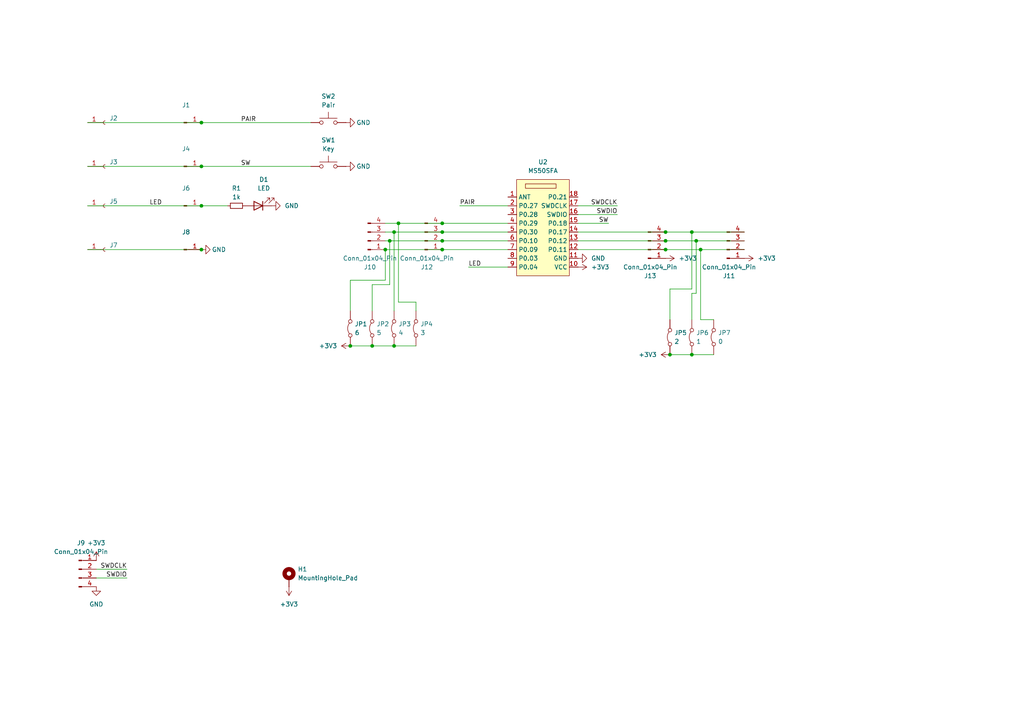
<source format=kicad_sch>
(kicad_sch (version 20241004) (generator "eeschema") (generator_version "8.99")
  (paper "A4")
  (lib_symbols
    (symbol "Connector:Conn_01x01_Pin" (pin_names (offset 1.016) (hide yes))
      (property "Reference" "J" (at 0 2.54 0))
      (property "Value" "Conn_01x01_Pin" (at 0 -2.54 0))
      (symbol "Conn_01x01_Pin_1_1"
        (rectangle (start 0.8636 0.127) (end 0 -0.127) (stroke (width 0.1524)) (fill (type outline)))
        (polyline (pts (xy 1.27 0) (xy 0.8636 0)) (stroke (width 0.1524)))
        (pin passive line (at 5.08 0 180) (length 3.81) (name "Pin_1") (number "1"))
      )
    )
    (symbol "Connector:Conn_01x01_Socket" (pin_names (offset 1.016) (hide yes))
      (property "Reference" "J" (at 0 2.54 0))
      (property "Value" "Conn_01x01_Socket" (at 0 -2.54 0))
      (symbol "Conn_01x01_Socket_1_1"
        (polyline (pts (xy -1.27 0) (xy -0.508 0)) (stroke (width 0.1524)))
        (arc (start 0 -0.508) (mid -0.5058 0) (end 0 0.508) (stroke (width 0.1524)))
        (pin passive line (at -5.08 0 0) (length 3.81) (name "Pin_1") (number "1"))
      )
    )
    (symbol "Connector:Conn_01x04_Pin" (pin_names (offset 1.016) (hide yes))
      (property "Reference" "J" (at 0 5.08 0))
      (property "Value" "Conn_01x04_Pin" (at 0 -7.62 0))
      (symbol "Conn_01x04_Pin_1_1"
        (rectangle (start 0.8636 2.667) (end 0 2.413) (stroke (width 0.1524)) (fill (type outline)))
        (rectangle (start 0.8636 0.127) (end 0 -0.127) (stroke (width 0.1524)) (fill (type outline)))
        (rectangle (start 0.8636 -2.413) (end 0 -2.667) (stroke (width 0.1524)) (fill (type outline)))
        (rectangle (start 0.8636 -4.953) (end 0 -5.207) (stroke (width 0.1524)) (fill (type outline)))
        (polyline (pts (xy 1.27 2.54) (xy 0.8636 2.54)) (stroke (width 0.1524)))
        (polyline (pts (xy 1.27 0) (xy 0.8636 0)) (stroke (width 0.1524)))
        (polyline (pts (xy 1.27 -2.54) (xy 0.8636 -2.54)) (stroke (width 0.1524)))
        (polyline (pts (xy 1.27 -5.08) (xy 0.8636 -5.08)) (stroke (width 0.1524)))
        (pin passive line (at 5.08 2.54 180) (length 3.81) (name "Pin_1") (number "1"))
        (pin passive line (at 5.08 0 180) (length 3.81) (name "Pin_2") (number "2"))
        (pin passive line (at 5.08 -2.54 180) (length 3.81) (name "Pin_3") (number "3"))
        (pin passive line (at 5.08 -5.08 180) (length 3.81) (name "Pin_4") (number "4"))
      )
    )
    (symbol "DeeComponents:MS50SFA"
      (property "Reference" "U" (at 1.016 2.032 0))
      (property "Value" "MS50SFA" (at 8.128 1.27 0))
      (symbol "MS50SFA_0_0"
        (pin unspecified line (at -2.54 -5.08 0) (length 2.54) (name "ANT") (number "1"))
        (pin unspecified line (at -2.54 -7.62 0) (length 2.54) (name "P0.27") (number "2"))
        (pin unspecified line (at -2.54 -10.16 0) (length 2.54) (name "P0.28") (number "3"))
        (pin unspecified line (at -2.54 -12.7 0) (length 2.54) (name "P0.29") (number "4"))
        (pin unspecified line (at -2.54 -15.24 0) (length 2.54) (name "P0.30") (number "5"))
        (pin unspecified line (at -2.54 -17.78 0) (length 2.54) (name "P0.10") (number "6"))
        (pin unspecified line (at -2.54 -20.32 0) (length 2.54) (name "P0.09") (number "7"))
        (pin unspecified line (at -2.54 -22.86 0) (length 2.54) (name "P0.03") (number "8"))
        (pin unspecified line (at -2.54 -25.4 0) (length 2.54) (name "P0.04") (number "9"))
        (pin unspecified line (at 17.78 -5.08 180) (length 2.54) (name "P0.21") (number "18"))
        (pin unspecified line (at 17.78 -7.62 180) (length 2.54) (name "SWDCLK") (number "17"))
        (pin unspecified line (at 17.78 -10.16 180) (length 2.54) (name "SWDIO") (number "16"))
        (pin unspecified line (at 17.78 -12.7 180) (length 2.54) (name "P0.18") (number "15"))
        (pin unspecified line (at 17.78 -15.24 180) (length 2.54) (name "P0.17") (number "14"))
        (pin unspecified line (at 17.78 -17.78 180) (length 2.54) (name "P0.12") (number "13"))
        (pin unspecified line (at 17.78 -20.32 180) (length 2.54) (name "P0.11") (number "12"))
        (pin unspecified line (at 17.78 -22.86 180) (length 2.54) (name "GND") (number "11"))
        (pin unspecified line (at 17.78 -25.4 180) (length 2.54) (name "VCC") (number "10"))
      )
      (symbol "MS50SFA_1_1"
        (rectangle (start 0 0) (end 15.24 -27.94) (fill (type background)))
        (rectangle (start 2.54 -1.27) (end 11.43 -2.54))
      )
    )
    (symbol "Device:LED" (pin_numbers (hide yes)) (pin_names (offset 1.016) (hide yes))
      (property "Reference" "D" (at 0 2.54 0))
      (property "Value" "LED" (at 0 -2.54 0))
      (symbol "LED_0_1"
        (polyline (pts (xy -3.048 -0.762) (xy -4.572 -2.286) (xy -3.81 -2.286) (xy -4.572 -2.286) (xy -4.572 -1.524)))
        (polyline (pts (xy -1.778 -0.762) (xy -3.302 -2.286) (xy -2.54 -2.286) (xy -3.302 -2.286) (xy -3.302 -1.524)))
        (polyline (pts (xy -1.27 0) (xy 1.27 0)))
        (polyline (pts (xy -1.27 -1.27) (xy -1.27 1.27)) (stroke (width 0.254)))
        (polyline (pts (xy 1.27 -1.27) (xy 1.27 1.27) (xy -1.27 0) (xy 1.27 -1.27)) (stroke (width 0.254)))
      )
      (symbol "LED_1_1"
        (pin passive line (at -3.81 0 0) (length 2.54) (name "K") (number "1"))
        (pin passive line (at 3.81 0 180) (length 2.54) (name "A") (number "2"))
      )
    )
    (symbol "Device:R_Small" (pin_numbers (hide yes)) (pin_names (offset 0.254) (hide yes))
      (property "Reference" "R" (at 0.762 0.508 0))
      (property "Value" "R_Small" (at 0.762 -1.016 0))
      (symbol "R_Small_0_1"
        (rectangle (start -0.762 1.778) (end 0.762 -1.778) (stroke (width 0.2032)))
      )
      (symbol "R_Small_1_1"
        (pin passive line (at 0 2.54 270) (length 0.762) (name "~") (number "1"))
        (pin passive line (at 0 -2.54 90) (length 0.762) (name "~") (number "2"))
      )
    )
    (symbol "Jumper:Jumper_2_Bridged" (pin_numbers (hide yes)) (pin_names (offset 0) (hide yes)) (exclude_from_sim yes)
      (property "Reference" "JP" (at 0 1.905 0))
      (property "Value" "Jumper_2_Bridged" (at 0 -2.54 0))
      (symbol "Jumper_2_Bridged_0_0"
        (circle (center -2.032 0) (radius 0.508))
        (circle (center 2.032 0) (radius 0.508))
      )
      (symbol "Jumper_2_Bridged_0_1"
        (arc (start -1.524 0.254) (mid 0 0.762) (end 1.524 0.254))
      )
      (symbol "Jumper_2_Bridged_1_1"
        (pin passive line (at -5.08 0 0) (length 2.54) (name "A") (number "1"))
        (pin passive line (at 5.08 0 180) (length 2.54) (name "B") (number "2"))
      )
    )
    (symbol "Mechanical:MountingHole_Pad" (pin_numbers (hide yes)) (pin_names (offset 1.016) (hide yes)) (exclude_from_sim yes) (in_bom no)
      (property "Reference" "H" (at 0 6.35 0))
      (property "Value" "MountingHole_Pad" (at 0 4.445 0))
      (symbol "MountingHole_Pad_0_1"
        (circle (center 0 1.27) (radius 1.27) (stroke (width 1.27)))
      )
      (symbol "MountingHole_Pad_1_1"
        (pin input line (at 0 -2.54 90) (length 2.54) (name "1") (number "1"))
      )
    )
    (symbol "Switch:SW_Push" (pin_numbers (hide yes)) (pin_names (offset 1.016) (hide yes))
      (property "Reference" "SW" (at 1.27 2.54 0))
      (property "Value" "SW_Push" (at 0 -1.524 0))
      (symbol "SW_Push_0_1"
        (circle (center -2.032 0) (radius 0.508))
        (polyline (pts (xy 0 1.27) (xy 0 3.048)))
        (circle (center 2.032 0) (radius 0.508))
        (polyline (pts (xy 2.54 1.27) (xy -2.54 1.27)))
        (pin passive line (at -5.08 0 0) (length 2.54) (name "1") (number "1"))
        (pin passive line (at 5.08 0 180) (length 2.54) (name "2") (number "2"))
      )
    )
    (symbol "power:+3V3" (power) (pin_numbers (hide yes)) (pin_names (offset 0) (hide yes))
      (property "Value" "+3V3" (at 0 3.556 0))
      (symbol "+3V3_0_1"
        (polyline (pts (xy -0.762 1.27) (xy 0 2.54)))
        (polyline (pts (xy 0 2.54) (xy 0.762 1.27)))
        (polyline (pts (xy 0 0) (xy 0 2.54)))
      )
      (symbol "+3V3_1_1"
        (pin power_in line (at 0 0 90) (length 0) (name "~") (number "1"))
      )
    )
    (symbol "power:GND" (power) (pin_numbers (hide yes)) (pin_names (offset 0) (hide yes))
      (property "Value" "GND" (at 0 -3.81 0))
      (symbol "GND_0_1"
        (polyline (pts (xy 0 0) (xy 0 -1.27) (xy 1.27 -1.27) (xy 0 -2.54) (xy -1.27 -1.27) (xy 0 -1.27)))
      )
      (symbol "GND_1_1"
        (pin power_in line (at 0 0 270) (length 0) (name "~") (number "1"))
      )
    )
  )
  (junction (at 193.04 67.31))
  (junction (at 200.66 102.87))
  (junction (at 193.04 69.85))
  (junction (at 128.27 72.39))
  (junction (at 58.42 72.39))
  (junction (at 128.27 69.85))
  (junction (at 128.27 64.77))
  (junction (at 193.04 72.39))
  (junction (at 114.3 67.31))
  (junction (at 194.31 102.87))
  (junction (at 200.66 67.31))
  (junction (at 107.95 100.33))
  (junction (at 113.03 69.85))
  (junction (at 114.3 100.33))
  (junction (at 58.42 59.69))
  (junction (at 115.57 64.77))
  (junction (at 201.93 69.85))
  (junction (at 203.2 72.39))
  (junction (at 111.76 72.39))
  (junction (at 58.42 35.56))
  (junction (at 128.27 67.31))
  (junction (at 101.6 100.33))
  (junction (at 58.42 48.26))
  (wire (pts (xy 27.94 167.64) (xy 36.83 167.64)))
  (wire (pts (xy 167.64 64.77) (xy 176.53 64.77)))
  (wire (pts (xy 58.42 48.26) (xy 90.17 48.26)))
  (wire (pts (xy 27.94 165.1) (xy 36.83 165.1)))
  (wire (pts (xy 101.6 81.28) (xy 111.76 81.28)))
  (wire (pts (xy 167.64 69.85) (xy 193.04 69.85)))
  (wire (pts (xy 194.31 83.82) (xy 200.66 83.82)))
  (wire (pts (xy 115.57 87.63) (xy 115.57 64.77)))
  (wire (pts (xy 120.65 90.17) (xy 120.65 87.63)))
  (wire (pts (xy 147.32 77.47) (xy 135.89 77.47)))
  (wire (pts (xy 207.01 92.71) (xy 203.2 92.71)))
  (wire (pts (xy 101.6 100.33) (xy 107.95 100.33)))
  (wire (pts (xy 194.31 92.71) (xy 194.31 83.82)))
  (wire (pts (xy 58.42 59.69) (xy 66.04 59.69)))
  (wire (pts (xy 193.04 72.39) (xy 203.2 72.39)))
  (wire (pts (xy 115.57 64.77) (xy 128.27 64.77)))
  (wire (pts (xy 167.64 67.31) (xy 193.04 67.31)))
  (wire (pts (xy 203.2 92.71) (xy 203.2 72.39)))
  (wire (pts (xy 111.76 67.31) (xy 114.3 67.31)))
  (wire (pts (xy 194.31 102.87) (xy 200.66 102.87)))
  (wire (pts (xy 200.66 85.09) (xy 201.93 85.09)))
  (wire (pts (xy 25.4 59.69) (xy 58.42 59.69)))
  (wire (pts (xy 113.03 82.55) (xy 113.03 69.85)))
  (wire (pts (xy 113.03 69.85) (xy 128.27 69.85)))
  (wire (pts (xy 128.27 72.39) (xy 147.32 72.39)))
  (wire (pts (xy 200.66 92.71) (xy 200.66 85.09)))
  (wire (pts (xy 107.95 100.33) (xy 114.3 100.33)))
  (wire (pts (xy 200.66 83.82) (xy 200.66 67.31)))
  (wire (pts (xy 128.27 64.77) (xy 147.32 64.77)))
  (wire (pts (xy 128.27 67.31) (xy 147.32 67.31)))
  (wire (pts (xy 111.76 64.77) (xy 115.57 64.77)))
  (wire (pts (xy 179.07 59.69) (xy 167.64 59.69)))
  (wire (pts (xy 111.76 81.28) (xy 111.76 72.39)))
  (wire (pts (xy 25.4 48.26) (xy 58.42 48.26)))
  (wire (pts (xy 25.4 72.39) (xy 58.42 72.39)))
  (wire (pts (xy 101.6 90.17) (xy 101.6 81.28)))
  (wire (pts (xy 107.95 82.55) (xy 113.03 82.55)))
  (wire (pts (xy 114.3 67.31) (xy 114.3 90.17)))
  (wire (pts (xy 111.76 72.39) (xy 128.27 72.39)))
  (wire (pts (xy 114.3 67.31) (xy 128.27 67.31)))
  (wire (pts (xy 201.93 69.85) (xy 215.9 69.85)))
  (wire (pts (xy 193.04 67.31) (xy 200.66 67.31)))
  (wire (pts (xy 167.64 72.39) (xy 193.04 72.39)))
  (wire (pts (xy 120.65 87.63) (xy 115.57 87.63)))
  (wire (pts (xy 200.66 67.31) (xy 215.9 67.31)))
  (wire (pts (xy 201.93 85.09) (xy 201.93 69.85)))
  (wire (pts (xy 114.3 100.33) (xy 120.65 100.33)))
  (wire (pts (xy 193.04 69.85) (xy 201.93 69.85)))
  (wire (pts (xy 107.95 90.17) (xy 107.95 82.55)))
  (wire (pts (xy 128.27 69.85) (xy 147.32 69.85)))
  (wire (pts (xy 133.35 59.69) (xy 147.32 59.69)))
  (wire (pts (xy 111.76 69.85) (xy 113.03 69.85)))
  (wire (pts (xy 25.4 35.56) (xy 58.42 35.56)))
  (wire (pts (xy 179.07 62.23) (xy 167.64 62.23)))
  (wire (pts (xy 203.2 72.39) (xy 215.9 72.39)))
  (wire (pts (xy 200.66 102.87) (xy 207.01 102.87)))
  (wire (pts (xy 58.42 35.56) (xy 90.17 35.56)))
  (label "LED" (at 135.89 77.47 0))
  (label "SWDCLK" (at 179.07 59.69 180))
  (label "PAIR" (at 133.35 59.69 0))
  (label "SW" (at 176.53 64.77 180))
  (label "PAIR" (at 69.85 35.56 0))
  (label "SWDIO" (at 179.07 62.23 180))
  (label "SW" (at 69.85 48.26 0))
  (label "SWDCLK" (at 36.83 165.1 180))
  (label "SWDIO" (at 36.83 167.64 180))
  (label "LED" (at 46.99 59.69 180))
  (symbol (lib_id "power:+3V3") (at 27.94 162.56 0) (unit 1)
    (property "Reference" "#PWR018" (effects (hide yes)))
    (property "Value" "+3V3" (at 27.94 157.48 0))
    (property "Description" "Power symbol creates a global label with name \"+3V3\"" (effects (hide yes)))
  )
  (symbol (lib_id "Jumper:Jumper_2_Bridged") (at 200.66 97.79 90) (unit 1) (exclude_from_sim yes)
    (property "Reference" "JP6" (at 201.93 96.5199 90) (effects (justify right)))
    (property "Value" "1" (at 201.93 99.0599 90) (effects (justify right)))
    (property "Footprint" "Jumper:SolderJumper-2_P1.3mm_Open_RoundedPad1.0x1.5mm" (effects (hide yes)))
    (property "Description" "Jumper, 2-pole, closed/bridged" (effects (hide yes)))
  )
  (symbol (lib_id "Jumper:Jumper_2_Bridged") (at 120.65 95.25 90) (unit 1) (exclude_from_sim yes)
    (property "Reference" "JP4" (at 121.92 93.9799 90) (effects (justify right)))
    (property "Value" "3" (at 121.92 96.5199 90) (effects (justify right)))
    (property "Footprint" "Jumper:SolderJumper-2_P1.3mm_Open_RoundedPad1.0x1.5mm" (effects (hide yes)))
    (property "Description" "Jumper, 2-pole, closed/bridged" (effects (hide yes)))
  )
  (symbol (lib_id "Connector:Conn_01x01_Socket") (at 30.48 35.56 0) (unit 1)
    (property "Reference" "J2" (at 31.75 34.2899 0) (effects (justify left)))
    (property "Value" "Conn_01x02_Socket" (effects (hide yes)))
    (property "Footprint" "Connector_PinSocket_2.54mm:PinSocket_1x01_P2.54mm_Vertical" (effects (hide yes)))
    (property "Description" "Generic connector, single row, 01x01, script generated" (effects (hide yes)))
  )
  (symbol (lib_id "Connector:Conn_01x01_Socket") (at 30.48 72.39 0) (unit 1)
    (property "Reference" "J7" (at 31.75 71.1199 0) (effects (justify left)))
    (property "Value" "Conn_01x02_Socket" (effects (hide yes)))
    (property "Footprint" "Connector_PinSocket_2.54mm:PinSocket_1x01_P2.54mm_Vertical" (effects (hide yes)))
    (property "Description" "Generic connector, single row, 01x01, script generated" (effects (hide yes)))
  )
  (symbol (lib_id "Switch:SW_Push") (at 95.25 48.26 0) (unit 1)
    (property "Reference" "SW1" (at 95.25 40.64 0))
    (property "Value" "Key" (at 95.25 43.18 0))
    (property "Footprint" "Button_Switch_Keyboard:SW_Cherry_MX_1.00u_PCB" (effects (hide yes)))
    (property "Description" "Push button switch, generic, two pins" (effects (hide yes)))
  )
  (symbol (lib_id "power:+3V3") (at 83.82 170.18 180) (unit 1)
    (property "Reference" "#PWR02" (effects (hide yes)))
    (property "Value" "+3V3" (at 83.82 175.26 0))
    (property "Description" "Power symbol creates a global label with name \"+3V3\"" (effects (hide yes)))
  )
  (symbol (lib_id "power:+3V3") (at 193.04 74.93 270) (unit 1)
    (property "Reference" "#PWR08" (effects (hide yes)))
    (property "Value" "+3V3" (at 196.85 74.9299 90) (effects (justify left)))
    (property "Description" "Power symbol creates a global label with name \"+3V3\"" (effects (hide yes)))
  )
  (symbol (lib_id "Jumper:Jumper_2_Bridged") (at 101.6 95.25 90) (unit 1) (exclude_from_sim yes)
    (property "Reference" "JP1" (at 102.87 93.9799 90) (effects (justify right)))
    (property "Value" "6" (at 102.87 96.5199 90) (effects (justify right)))
    (property "Footprint" "Jumper:SolderJumper-2_P1.3mm_Open_RoundedPad1.0x1.5mm" (effects (hide yes)))
    (property "Description" "Jumper, 2-pole, closed/bridged" (effects (hide yes)))
  )
  (symbol (lib_id "Connector:Conn_01x01_Socket") (at 30.48 59.69 0) (unit 1)
    (property "Reference" "J5" (at 31.75 58.4199 0) (effects (justify left)))
    (property "Value" "Conn_01x02_Socket" (effects (hide yes)))
    (property "Footprint" "Connector_PinSocket_2.54mm:PinSocket_1x01_P2.54mm_Vertical" (effects (hide yes)))
    (property "Description" "Generic connector, single row, 01x01, script generated" (effects (hide yes)))
  )
  (symbol (lib_id "Connector:Conn_01x01_Pin") (at 53.34 72.39 0) (unit 1)
    (property "Reference" "J8" (at 53.975 67.31 0))
    (property "Value" "Conn_01x02_Pin" (effects (hide yes)))
    (property "Footprint" "Connector_PinHeader_2.54mm:PinHeader_1x01_P2.54mm_Vertical" (effects (hide yes)))
    (property "Description" "Generic connector, single row, 01x01, script generated" (effects (hide yes)))
  )
  (symbol (lib_id "power:GND") (at 167.64 74.93 90) (unit 1)
    (property "Reference" "#PWR04" (effects (hide yes)))
    (property "Value" "GND" (at 171.45 74.9299 90) (effects (justify right)))
    (property "Description" "Power symbol creates a global label with name \"GND\" , ground" (effects (hide yes)))
  )
  (symbol (lib_id "Connector:Conn_01x01_Pin") (at 53.34 35.56 0) (unit 1)
    (property "Reference" "J1" (at 53.975 30.48 0))
    (property "Value" "Conn_01x02_Pin" (effects (hide yes)))
    (property "Footprint" "Connector_PinHeader_2.54mm:PinHeader_1x01_P2.54mm_Vertical" (effects (hide yes)))
    (property "Description" "Generic connector, single row, 01x01, script generated" (effects (hide yes)))
  )
  (symbol (lib_id "Jumper:Jumper_2_Bridged") (at 107.95 95.25 90) (unit 1) (exclude_from_sim yes)
    (property "Reference" "JP2" (at 109.22 93.9799 90) (effects (justify right)))
    (property "Value" "5" (at 109.22 96.5199 90) (effects (justify right)))
    (property "Footprint" "Jumper:SolderJumper-2_P1.3mm_Open_RoundedPad1.0x1.5mm" (effects (hide yes)))
    (property "Description" "Jumper, 2-pole, closed/bridged" (effects (hide yes)))
  )
  (symbol (lib_id "Connector:Conn_01x04_Pin") (at 123.19 69.85 0) (mirror x) (unit 1)
    (property "Reference" "J12" (at 123.825 77.47 0))
    (property "Value" "Conn_01x04_Pin" (at 123.825 74.93 0))
    (property "Footprint" "Connector_PinSocket_2.54mm:PinSocket_1x04_P2.54mm_Vertical" (effects (hide yes)))
    (property "Description" "Generic connector, single row, 01x04, script generated" (effects (hide yes)))
  )
  (symbol (lib_id "power:GND") (at 58.42 72.39 90) (unit 1)
    (property "Reference" "#PWR014" (effects (hide yes)))
    (property "Value" "GND" (at 63.5 72.39 90))
    (property "Description" "Power symbol creates a global label with name \"GND\" , ground" (effects (hide yes)))
  )
  (symbol (lib_id "power:+3V3") (at 194.31 102.87 90) (unit 1)
    (property "Reference" "#PWR07" (effects (hide yes)))
    (property "Value" "+3V3" (at 190.5 102.8699 90) (effects (justify left)))
    (property "Description" "Power symbol creates a global label with name \"+3V3\"" (effects (hide yes)))
  )
  (symbol (lib_id "power:GND") (at 78.74 59.69 90) (unit 1)
    (property "Reference" "#PWR09" (effects (hide yes)))
    (property "Value" "GND" (at 82.55 59.6899 90) (effects (justify right)))
    (property "Description" "Power symbol creates a global label with name \"GND\" , ground" (effects (hide yes)))
  )
  (symbol (lib_id "Mechanical:MountingHole_Pad") (at 83.82 167.64 0) (unit 1) (exclude_from_sim yes)
    (property "Reference" "H1" (at 86.36 165.0999 0) (effects (justify left)))
    (property "Value" "MountingHole_Pad" (at 86.36 167.6399 0) (effects (justify left)))
    (property "Footprint" "components:finger_hole_8.0x0.8" (effects (hide yes)))
    (property "Description" "Mounting Hole with connection" (effects (hide yes)))
  )
  (symbol (lib_id "Device:R_Small") (at 68.58 59.69 90) (unit 1)
    (property "Reference" "R1" (at 68.58 54.61 90))
    (property "Value" "1k" (at 68.58 57.15 90))
    (property "Footprint" "Resistor_SMD:R_0603_1608Metric_Pad0.98x0.95mm_HandSolder" (effects (hide yes)))
    (property "Description" "Resistor, small symbol" (effects (hide yes)))
  )
  (symbol (lib_id "power:GND") (at 27.94 170.18 0) (unit 1)
    (property "Reference" "#PWR019" (effects (hide yes)))
    (property "Value" "GND" (at 27.94 175.26 0))
    (property "Description" "Power symbol creates a global label with name \"GND\" , ground" (effects (hide yes)))
  )
  (symbol (lib_id "Connector:Conn_01x04_Pin") (at 187.96 72.39 0) (mirror x) (unit 1)
    (property "Reference" "J13" (at 188.595 80.01 0))
    (property "Value" "Conn_01x04_Pin" (at 188.595 77.47 0))
    (property "Footprint" "Connector_PinSocket_2.54mm:PinSocket_1x04_P2.54mm_Vertical" (effects (hide yes)))
    (property "Description" "Generic connector, single row, 01x04, script generated" (effects (hide yes)))
  )
  (symbol (lib_id "Jumper:Jumper_2_Bridged") (at 207.01 97.79 90) (unit 1) (exclude_from_sim yes)
    (property "Reference" "JP7" (at 208.28 96.5199 90) (effects (justify right)))
    (property "Value" "0" (at 208.28 99.0599 90) (effects (justify right)))
    (property "Footprint" "Jumper:SolderJumper-2_P1.3mm_Open_RoundedPad1.0x1.5mm" (effects (hide yes)))
    (property "Description" "Jumper, 2-pole, closed/bridged" (effects (hide yes)))
  )
  (symbol (lib_id "Connector:Conn_01x01_Pin") (at 53.34 59.69 0) (unit 1)
    (property "Reference" "J6" (at 53.975 54.61 0))
    (property "Value" "Conn_01x02_Pin" (effects (hide yes)))
    (property "Footprint" "Connector_PinHeader_2.54mm:PinHeader_1x01_P2.54mm_Vertical" (effects (hide yes)))
    (property "Description" "Generic connector, single row, 01x01, script generated" (effects (hide yes)))
  )
  (symbol (lib_id "Jumper:Jumper_2_Bridged") (at 194.31 97.79 90) (unit 1) (exclude_from_sim yes)
    (property "Reference" "JP5" (at 195.58 96.5199 90) (effects (justify right)))
    (property "Value" "2" (at 195.58 99.0599 90) (effects (justify right)))
    (property "Footprint" "Jumper:SolderJumper-2_P1.3mm_Open_RoundedPad1.0x1.5mm" (effects (hide yes)))
    (property "Description" "Jumper, 2-pole, closed/bridged" (effects (hide yes)))
  )
  (symbol (lib_id "Switch:SW_Push") (at 95.25 35.56 0) (unit 1)
    (property "Reference" "SW2" (at 95.25 27.94 0))
    (property "Value" "Pair" (at 95.25 30.48 0))
    (property "Footprint" "components:TACT_SW_SMD_Panasonic-EVPAWBD2A" (effects (hide yes)))
    (property "Description" "Push button switch, generic, two pins" (effects (hide yes)))
  )
  (symbol (lib_id "power:+3V3") (at 101.6 100.33 90) (unit 1)
    (property "Reference" "#PWR06" (effects (hide yes)))
    (property "Value" "+3V3" (at 97.79 100.3299 90) (effects (justify left)))
    (property "Description" "Power symbol creates a global label with name \"+3V3\"" (effects (hide yes)))
  )
  (symbol (lib_id "Connector:Conn_01x04_Pin") (at 106.68 69.85 0) (mirror x) (unit 1)
    (property "Reference" "J10" (at 107.315 77.47 0))
    (property "Value" "Conn_01x04_Pin" (at 107.315 74.93 0))
    (property "Footprint" "Connector_PinHeader_2.54mm:PinHeader_1x04_P2.54mm_Vertical" (effects (hide yes)))
    (property "Description" "Generic connector, single row, 01x04, script generated" (effects (hide yes)))
  )
  (symbol (lib_id "Connector:Conn_01x04_Pin") (at 22.86 165.1 0) (unit 1)
    (property "Reference" "J9" (at 23.495 157.48 0))
    (property "Value" "Conn_01x04_Pin" (at 23.495 160.02 0))
    (property "Footprint" "Connector_PinHeader_2.54mm:PinHeader_1x04_P2.54mm_Vertical" (effects (hide yes)))
    (property "Description" "Generic connector, single row, 01x04, script generated" (effects (hide yes)))
  )
  (symbol (lib_id "Connector:Conn_01x04_Pin") (at 210.82 72.39 0) (mirror x) (unit 1)
    (property "Reference" "J11" (at 211.455 80.01 0))
    (property "Value" "Conn_01x04_Pin" (at 211.455 77.47 0))
    (property "Footprint" "Connector_PinHeader_2.54mm:PinHeader_1x04_P2.54mm_Vertical" (effects (hide yes)))
    (property "Description" "Generic connector, single row, 01x04, script generated" (effects (hide yes)))
  )
  (symbol (lib_id "DeeComponents:MS50SFA") (at 149.86 52.07 0) (unit 1)
    (property "Reference" "U2" (at 157.48 46.99 0))
    (property "Value" "MS50SFA" (at 157.48 49.53 0))
    (property "Footprint" "components:MS50SFA" (effects (hide yes)))
  )
  (symbol (lib_id "Connector:Conn_01x01_Pin") (at 53.34 48.26 0) (unit 1)
    (property "Reference" "J4" (at 53.975 43.18 0))
    (property "Value" "Conn_01x02_Pin" (effects (hide yes)))
    (property "Footprint" "Connector_PinHeader_2.54mm:PinHeader_1x01_P2.54mm_Vertical" (effects (hide yes)))
    (property "Description" "Generic connector, single row, 01x01, script generated" (effects (hide yes)))
  )
  (symbol (lib_id "power:GND") (at 100.33 48.26 90) (unit 1)
    (property "Reference" "#PWR01" (effects (hide yes)))
    (property "Value" "GND" (at 105.41 48.26 90))
    (property "Description" "Power symbol creates a global label with name \"GND\" , ground" (effects (hide yes)))
  )
  (symbol (lib_id "power:+3V3") (at 167.64 77.47 270) (unit 1)
    (property "Reference" "#PWR03" (effects (hide yes)))
    (property "Value" "+3V3" (at 171.45 77.4699 90) (effects (justify left)))
    (property "Description" "Power symbol creates a global label with name \"+3V3\"" (effects (hide yes)))
  )
  (symbol (lib_id "Jumper:Jumper_2_Bridged") (at 114.3 95.25 90) (unit 1) (exclude_from_sim yes)
    (property "Reference" "JP3" (at 115.57 93.9799 90) (effects (justify right)))
    (property "Value" "4" (at 115.57 96.5199 90) (effects (justify right)))
    (property "Footprint" "Jumper:SolderJumper-2_P1.3mm_Open_RoundedPad1.0x1.5mm" (effects (hide yes)))
    (property "Description" "Jumper, 2-pole, closed/bridged" (effects (hide yes)))
  )
  (symbol (lib_id "power:GND") (at 100.33 35.56 90) (unit 1)
    (property "Reference" "#PWR010" (effects (hide yes)))
    (property "Value" "GND" (at 105.41 35.56 90))
    (property "Description" "Power symbol creates a global label with name \"GND\" , ground" (effects (hide yes)))
  )
  (symbol (lib_id "Device:LED") (at 74.93 59.69 180) (unit 1)
    (property "Reference" "D1" (at 76.5175 52.07 0))
    (property "Value" "LED" (at 76.5175 54.61 0))
    (property "Footprint" "LED_SMD:LED_0603_1608Metric_Pad1.05x0.95mm_HandSolder" (effects (hide yes)))
    (property "Description" "Light emitting diode" (effects (hide yes)))
  )
  (symbol (lib_id "power:+3V3") (at 215.9 74.93 270) (unit 1)
    (property "Reference" "#PWR05" (effects (hide yes)))
    (property "Value" "+3V3" (at 219.71 74.9299 90) (effects (justify left)))
    (property "Description" "Power symbol creates a global label with name \"+3V3\"" (effects (hide yes)))
  )
  (symbol (lib_id "Connector:Conn_01x01_Socket") (at 30.48 48.26 0) (unit 1)
    (property "Reference" "J3" (at 31.75 46.9899 0) (effects (justify left)))
    (property "Value" "Conn_01x02_Socket" (effects (hide yes)))
    (property "Footprint" "Connector_PinSocket_2.54mm:PinSocket_1x01_P2.54mm_Vertical" (effects (hide yes)))
    (property "Description" "Generic connector, single row, 01x01, script generated" (effects (hide yes)))
  )
)
</source>
